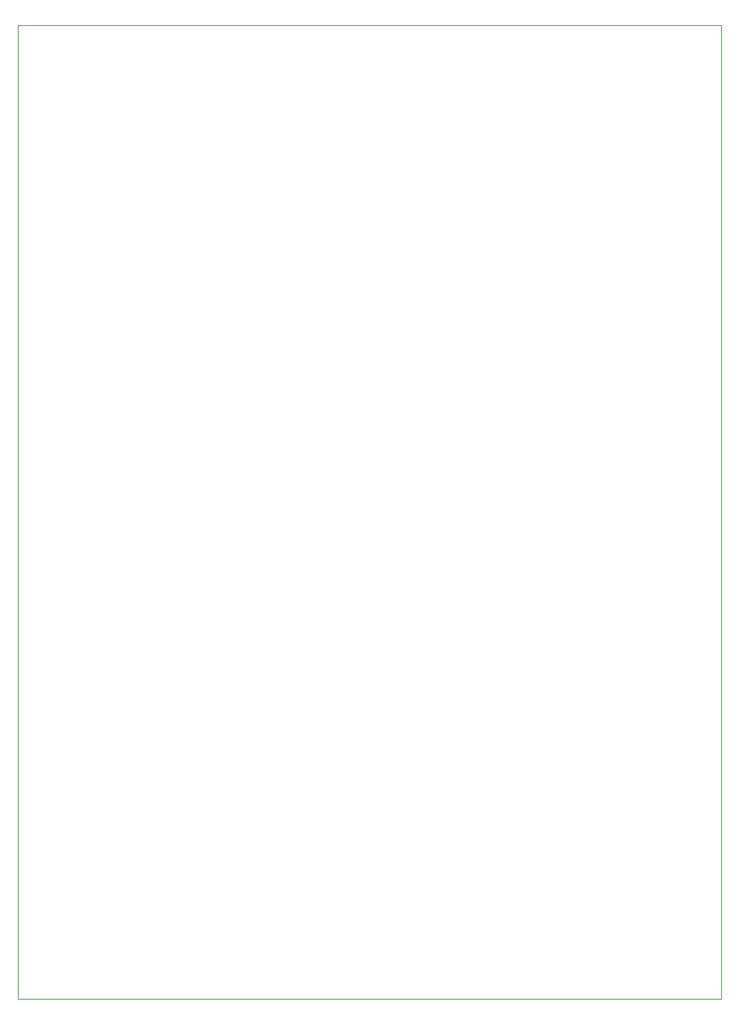
<source format=gm1>
G04 #@! TF.GenerationSoftware,KiCad,Pcbnew,(6.0.10)*
G04 #@! TF.CreationDate,2023-07-31T20:15:46+01:00*
G04 #@! TF.ProjectId,magnetonetouchpad,6d61676e-6574-46f6-9e65-746f75636870,rev?*
G04 #@! TF.SameCoordinates,Original*
G04 #@! TF.FileFunction,Profile,NP*
%FSLAX46Y46*%
G04 Gerber Fmt 4.6, Leading zero omitted, Abs format (unit mm)*
G04 Created by KiCad (PCBNEW (6.0.10)) date 2023-07-31 20:15:46*
%MOMM*%
%LPD*%
G01*
G04 APERTURE LIST*
G04 #@! TA.AperFunction,Profile*
%ADD10C,0.100000*%
G04 #@! TD*
G04 APERTURE END LIST*
D10*
X95852985Y-40463125D02*
X178844750Y-40463125D01*
X178844750Y-40463125D02*
X178844750Y-155346808D01*
X178844750Y-155346808D02*
X95852985Y-155346808D01*
X95852985Y-155346808D02*
X95852985Y-40463125D01*
M02*

</source>
